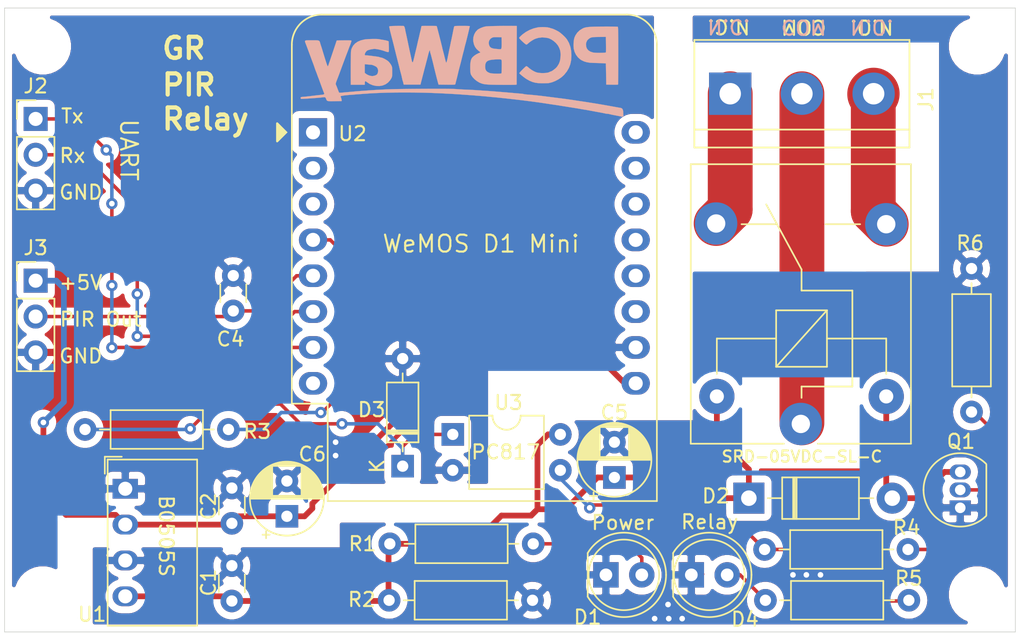
<source format=kicad_pcb>
(kicad_pcb (version 20171130) (host pcbnew "(5.1.2-1)-1")
  (layers (0 F.Cu signal) (31 B.Cu signal) (34 B.Paste user hide) (35 F.Paste user hide) (36 B.SilkS user) (37 F.SilkS user) (38 B.Mask user) (39 F.Mask user) (44 Edge.Cuts user))
  (net 0 "")
  (net 1 GNDREF)
  (net 2 "Net-(D1-Pad2)")
  (net 3 "Net-(D4-Pad2)")
  (net 4 +5VD)
  (net 5 GND)
  (net 6 +5V)
  (net 7 "Net-(D3-Pad1)")
  (net 8 "Net-(J1-Pad1)")
  (net 9 "Net-(J1-Pad2)")
  (net 10 "Net-(U2-Pad1)")
  (net 11 "Net-(U2-Pad13)")
  (net 12 "Net-(Q1-Pad2)")
  (net 13 "Net-(D2-Pad2)")
  (net 14 "Net-(J1-Pad3)")
  (net 15 +3V3)
  (net 16 /TxD)
  (net 17 /RxD)
  (net 18 /Relay_Ctrl)
  (net 19 /Relay)
  (net 20 "Net-(U2-Pad2)")
  (net 21 "Net-(U2-Pad3)")
  (net 22 "Net-(U2-Pad12)")
  (net 23 "Net-(U2-Pad14)")
  (net 24 "Net-(U2-Pad15)")
  (net 25 "Net-(U2-Pad16)")
  (net 26 /PIR)
  (net 27 "Net-(U2-Pad11)")
  (module "_Custom_Footprints:pcb way logo" (layer B.Cu) (at 92.4 39.7 180)
    (fp_text reference G*** hide)
    (fp_text value LOGO hide)
  )
  (module Capacitor_THT:C_Disc_D3.0mm_W1.6mm_P2.50mm (layer F.Cu) (at 76.1 71.05 90)
    (fp_text reference C2 (at 1.2 -1.65 90) (layer F.SilkS))
    (fp_text value 100nF)
    (pad 2 thru_hole circle (at 2.5 0 90) (size 1.6 1.6) (drill 0.8) (layers *.Cu *.Mask) (net 1 GNDREF))
    (pad 1 thru_hole circle (at 0 0 90) (size 1.6 1.6) (drill 0.8) (layers *.Cu *.Mask) (net 4 +5VD))
  )
  (module Capacitor_THT:C_Disc_D3.0mm_W1.6mm_P2.50mm (layer F.Cu) (at 76.1 76.55 90)
    (fp_text reference C1 (at 1.3 -1.65 270) (layer F.SilkS))
    (fp_text value 100nF)
    (pad 2 thru_hole circle (at 2.5 0 90) (size 1.6 1.6) (drill 0.8) (layers *.Cu *.Mask) (net 5 GND))
    (pad 1 thru_hole circle (at 0 0 90) (size 1.6 1.6) (drill 0.8) (layers *.Cu *.Mask) (net 6 +5V))
  )
  (module Diode_THT:D_DO-35_SOD27_P7.62mm_Horizontal (layer F.Cu) (at 88.2 67 90)
    (fp_text reference D3 (at 4 -2.2) (layer F.SilkS))
    (fp_text value 1N4148)
    (fp_text user K (at 0 -1.8 90) (layer F.SilkS))
    (pad 2 thru_hole oval (at 7.62 0 90) (size 1.6 1.6) (drill 0.8) (layers *.Cu *.Mask) (net 1 GNDREF))
    (pad 1 thru_hole rect (at 0 0 90) (size 1.6 1.6) (drill 0.8) (layers *.Cu *.Mask) (net 7 "Net-(D3-Pad1)"))
  )
  (module Converter_DCDC:Converter_DCDC_muRata_CRE1xxxxxx3C_THT (layer F.Cu) (at 68.55 68.6)
    (fp_text reference U1 (at -2.35 8.9) (layer F.SilkS))
    (fp_text value B0505S)
    (pad 4 thru_hole oval (at 0 7.62 270) (size 1.4 1.8) (drill 1) (layers *.Cu *.Mask) (net 6 +5V))
    (pad 3 thru_hole oval (at 0 5.08 270) (size 1.4 1.8) (drill 1) (layers *.Cu *.Mask) (net 5 GND))
    (pad 2 thru_hole oval (at 0 2.54 270) (size 1.4 1.8) (drill 1) (layers *.Cu *.Mask) (net 4 +5VD))
    (pad 1 thru_hole rect (at 0 0 270) (size 1.4 1.8) (drill 1) (layers *.Cu *.Mask) (net 1 GNDREF))
  )
  (module Package_DIP:DIP-4_W7.62mm (layer F.Cu) (at 91.75 64.75)
    (fp_text reference U3 (at 3.95 -2.25) (layer F.SilkS))
    (fp_text value PC817)
    (pad 1 thru_hole rect (at 0 0) (size 1.6 1.6) (drill 0.8) (layers *.Cu *.Mask) (net 7 "Net-(D3-Pad1)"))
    (pad 3 thru_hole oval (at 7.62 2.54) (size 1.6 1.6) (drill 0.8) (layers *.Cu *.Mask) (net 19 /Relay))
    (pad 2 thru_hole oval (at 0 2.54) (size 1.6 1.6) (drill 0.8) (layers *.Cu *.Mask) (net 1 GNDREF))
    (pad 4 thru_hole oval (at 7.62 0) (size 1.6 1.6) (drill 0.8) (layers *.Cu *.Mask) (net 6 +5V))
  )
  (module Relay_THT:Relay_SPDT_SANYOU_SRD_Series_Form_C (layer F.Cu) (at 116.4082 64.008 90)
    (fp_text reference K1 hide)
    (fp_text value SRD-05VDC-SL-C)
    (pad 2 thru_hole circle (at 1.95 6.05 180) (size 2.5 2.5) (drill 1) (layers *.Cu *.Mask) (net 13 "Net-(D2-Pad2)"))
    (pad 3 thru_hole circle (at 14.15 6.05 180) (size 3 3) (drill 1.3) (layers *.Cu *.Mask) (net 14 "Net-(J1-Pad3)"))
    (pad 4 thru_hole circle (at 14.2 -6 180) (size 3 3) (drill 1.3) (layers *.Cu *.Mask) (net 8 "Net-(J1-Pad1)"))
    (pad 5 thru_hole circle (at 1.95 -5.95 180) (size 2.5 2.5) (drill 1) (layers *.Cu *.Mask) (net 6 +5V))
    (pad 1 thru_hole circle (at 0 0 180) (size 3 3) (drill 1.3) (layers *.Cu *.Mask) (net 9 "Net-(J1-Pad2)"))
  )
  (module Diode_THT:D_DO-41_SOD81_P10.16mm_Horizontal (layer F.Cu) (at 112.7252 69.2658)
    (fp_text reference D2 (at -2.3368 -0.1524 180) (layer F.SilkS))
    (fp_text value 1N4001)
    (pad 1 thru_hole rect (at 0 0) (size 2.2 2.2) (drill 1.1) (layers *.Cu *.Mask) (net 6 +5V))
    (pad 2 thru_hole oval (at 10.16 0) (size 2.2 2.2) (drill 1.1) (layers *.Cu *.Mask) (net 13 "Net-(D2-Pad2)"))
  )
  (module TerminalBlock:TerminalBlock_bornier-3_P5.08mm (layer F.Cu) (at 111.4044 40.6146)
    (fp_text reference J1 (at 13.8684 0.4064 90) (layer F.SilkS))
    (fp_text value Screw_Terminal_01x03)
    (pad 1 thru_hole rect (at 0 0) (size 3 3) (drill 1.52) (layers *.Cu *.Mask) (net 8 "Net-(J1-Pad1)"))
    (pad 2 thru_hole circle (at 5.08 0) (size 3 3) (drill 1.52) (layers *.Cu *.Mask) (net 9 "Net-(J1-Pad2)"))
    (pad 3 thru_hole circle (at 10.16 0) (size 3 3) (drill 1.52) (layers *.Cu *.Mask) (net 14 "Net-(J1-Pad3)"))
  )
  (module Package_TO_SOT_THT:TO-92_Inline (layer F.Cu) (at 127.7 69.95 90)
    (fp_text reference Q1 (at 4.7 0.05 180) (layer F.SilkS))
    (fp_text value 2N3904)
    (pad 2 thru_hole oval (at 1.27 0 90) (size 1.05 1.5) (drill 0.75) (layers *.Cu *.Mask) (net 12 "Net-(Q1-Pad2)"))
    (pad 3 thru_hole oval (at 2.54 0 90) (size 1.05 1.5) (drill 0.75) (layers *.Cu *.Mask) (net 13 "Net-(D2-Pad2)"))
    (pad 1 thru_hole rect (at 0 0 90) (size 1.05 1.5) (drill 0.75) (layers *.Cu *.Mask) (net 5 GND))
  )
  (module Capacitor_THT:C_Disc_D3.0mm_W1.6mm_P2.50mm (layer F.Cu) (at 76.2 56 90)
    (fp_text reference C4 (at -2 -0.2) (layer F.SilkS))
    (fp_text value 10nF)
    (pad 2 thru_hole circle (at 2.5 0 90) (size 1.6 1.6) (drill 0.8) (layers *.Cu *.Mask) (net 1 GNDREF))
    (pad 1 thru_hole circle (at 0 0 90) (size 1.6 1.6) (drill 0.8) (layers *.Cu *.Mask) (net 26 /PIR))
  )
  (module LED_THT:LED_D5.0mm (layer F.Cu) (at 102.6 74.7)
    (fp_text reference D1 (at -1.3 3) (layer F.SilkS))
    (fp_text value LED_Small_ALT)
    (pad 1 thru_hole rect (at 0 0) (size 1.8 1.8) (drill 0.9) (layers *.Cu *.Mask) (net 5 GND))
    (pad 2 thru_hole circle (at 2.54 0) (size 1.8 1.8) (drill 0.9) (layers *.Cu *.Mask) (net 2 "Net-(D1-Pad2)"))
  )
  (module LED_THT:LED_D5.0mm (layer F.Cu) (at 108.65 74.7)
    (fp_text reference D4 (at 3.8 3.15) (layer F.SilkS))
    (fp_text value LED_Small_ALT)
    (pad 2 thru_hole circle (at 2.54 0) (size 1.8 1.8) (drill 0.9) (layers *.Cu *.Mask) (net 3 "Net-(D4-Pad2)"))
    (pad 1 thru_hole rect (at 0 0) (size 1.8 1.8) (drill 0.9) (layers *.Cu *.Mask) (net 5 GND))
  )
  (module MountingHole:MountingHole_3mm (layer F.Cu) (at 63.1 37.3)
    (fp_text reference MH1 hide)
    (fp_text value MountingHole)
    (pad "" np_thru_hole circle (at -0.4 -0.05) (size 3 3) (drill 3) (layers *.Cu *.Mask))
  )
  (module MountingHole:MountingHole_3mm (layer F.Cu) (at 62.95 74.7)
    (fp_text reference MH2 hide)
    (fp_text value MountingHole)
    (pad "" np_thru_hole circle (at -0.25 1.3984) (size 3 3) (drill 3) (layers *.Cu *.Mask))
  )
  (module MountingHole:MountingHole_3mm (layer F.Cu) (at 128.9 37.25)
    (fp_text reference MH3 hide)
    (fp_text value MountingHole)
    (pad 1 np_thru_hole circle (at 0 0) (size 3 3) (drill 3) (layers *.Cu *.Mask))
  )
  (module MountingHole:MountingHole_3mm (layer F.Cu) (at 128.95 75.55)
    (fp_text reference MH4 hide)
    (fp_text value MountingHole)
    (pad "" np_thru_hole circle (at -0.05 0.5484) (size 2.999999 2.999999) (drill 2.999999) (layers *.Cu *.Mask))
  )
  (module Module:WEMOS_D1_mini_light (layer F.Cu) (at 81.85 43.35)
    (fp_text reference U2 (at 2.8 0.1) (layer F.SilkS))
    (fp_text value WeMos_D1_mini)
    (pad 2 thru_hole oval (at 0 2.54) (size 2 1.6) (drill 1) (layers *.Cu *.Mask) (net 20 "Net-(U2-Pad2)"))
    (pad 1 thru_hole rect (at 0 0) (size 2 2) (drill 1) (layers *.Cu *.Mask) (net 10 "Net-(U2-Pad1)"))
    (pad 3 thru_hole oval (at 0 5.08) (size 2 1.6) (drill 1) (layers *.Cu *.Mask) (net 21 "Net-(U2-Pad3)"))
    (pad 4 thru_hole oval (at 0 7.62) (size 2 1.6) (drill 1) (layers *.Cu *.Mask) (net 18 /Relay_Ctrl))
    (pad 5 thru_hole oval (at 0 10.16) (size 2 1.6) (drill 1) (layers *.Cu *.Mask) (net 26 /PIR))
    (pad 6 thru_hole oval (at 0 12.7) (size 2 1.6) (drill 1) (layers *.Cu *.Mask) (net 17 /RxD))
    (pad 7 thru_hole oval (at 0 15.24) (size 2 1.6) (drill 1) (layers *.Cu *.Mask) (net 16 /TxD))
    (pad 8 thru_hole oval (at 0 17.78) (size 2 1.6) (drill 1) (layers *.Cu *.Mask) (net 15 +3V3))
    (pad 9 thru_hole oval (at 22.86 17.78) (size 2 1.6) (drill 1) (layers *.Cu *.Mask) (net 4 +5VD))
    (pad 10 thru_hole oval (at 22.86 15.24) (size 2 1.6) (drill 1) (layers *.Cu *.Mask) (net 1 GNDREF))
    (pad 11 thru_hole oval (at 22.86 12.7) (size 2 1.6) (drill 1) (layers *.Cu *.Mask) (net 27 "Net-(U2-Pad11)"))
    (pad 12 thru_hole oval (at 22.86 10.16) (size 2 1.6) (drill 1) (layers *.Cu *.Mask) (net 22 "Net-(U2-Pad12)"))
    (pad 13 thru_hole oval (at 22.86 7.62) (size 2 1.6) (drill 1) (layers *.Cu *.Mask) (net 11 "Net-(U2-Pad13)"))
    (pad 14 thru_hole oval (at 22.86 5.08) (size 2 1.6) (drill 1) (layers *.Cu *.Mask) (net 23 "Net-(U2-Pad14)"))
    (pad 15 thru_hole oval (at 22.86 2.54) (size 2 1.6) (drill 1) (layers *.Cu *.Mask) (net 24 "Net-(U2-Pad15)"))
    (pad 16 thru_hole oval (at 22.86 0) (size 2 1.6) (drill 1) (layers *.Cu *.Mask) (net 25 "Net-(U2-Pad16)"))
  )
  (module Capacitor_THT:CP_Radial_D5.0mm_P2.50mm (layer F.Cu) (at 103.2 67.8 90)
    (fp_text reference C5 (at 4.6 0 180) (layer F.SilkS))
    (fp_text value 10uF)
    (pad 2 thru_hole circle (at 2.5 0 90) (size 1.6 1.6) (drill 0.8) (layers *.Cu *.Mask) (net 5 GND))
    (pad 1 thru_hole rect (at 0 0 90) (size 1.6 1.6) (drill 0.8) (layers *.Cu *.Mask) (net 6 +5V))
  )
  (module Capacitor_THT:CP_Radial_D5.0mm_P2.50mm (layer F.Cu) (at 80 70.55 90)
    (fp_text reference C6 (at 4.4 1.8 180) (layer F.SilkS))
    (fp_text value 10uF)
    (pad 1 thru_hole rect (at 0 0 90) (size 1.6 1.6) (drill 0.8) (layers *.Cu *.Mask) (net 4 +5VD))
    (pad 2 thru_hole circle (at 2.5 0 90) (size 1.6 1.6) (drill 0.8) (layers *.Cu *.Mask) (net 1 GNDREF))
  )
  (module Resistor_THT:R_Axial_DIN0207_L6.3mm_D2.5mm_P10.16mm_Horizontal (layer F.Cu) (at 97.45 72.5 180)
    (fp_text reference R1 (at 12.1 0) (layer F.SilkS))
    (fp_text value 1K)
    (pad 1 thru_hole circle (at 0 0 180) (size 1.6 1.6) (drill 0.8) (layers *.Cu *.Mask) (net 2 "Net-(D1-Pad2)"))
    (pad 2 thru_hole oval (at 10.16 0 180) (size 1.6 1.6) (drill 0.8) (layers *.Cu *.Mask) (net 6 +5V))
  )
  (module Resistor_THT:R_Axial_DIN0207_L6.3mm_D2.5mm_P10.16mm_Horizontal (layer F.Cu) (at 97.4 76.5 180)
    (fp_text reference R2 (at 12.1 0.05) (layer F.SilkS))
    (fp_text value 1K)
    (pad 1 thru_hole circle (at 0 0 180) (size 1.6 1.6) (drill 0.8) (layers *.Cu *.Mask) (net 5 GND))
    (pad 2 thru_hole oval (at 10.16 0 180) (size 1.6 1.6) (drill 0.8) (layers *.Cu *.Mask) (net 6 +5V))
  )
  (module Resistor_THT:R_Axial_DIN0207_L6.3mm_D2.5mm_P10.16mm_Horizontal (layer F.Cu) (at 65.7 64.4)
    (fp_text reference R3 (at 12.2 0.15 180) (layer F.SilkS))
    (fp_text value 470r)
    (pad 2 thru_hole oval (at 10.16 0) (size 1.6 1.6) (drill 0.8) (layers *.Cu *.Mask) (net 18 /Relay_Ctrl))
    (pad 1 thru_hole circle (at 0 0) (size 1.6 1.6) (drill 0.8) (layers *.Cu *.Mask) (net 7 "Net-(D3-Pad1)"))
  )
  (module Resistor_THT:R_Axial_DIN0207_L6.3mm_D2.5mm_P10.16mm_Horizontal (layer F.Cu) (at 124 72.9 180)
    (fp_text reference R4 (at 0.1 1.55) (layer F.SilkS))
    (fp_text value 1K)
    (pad 1 thru_hole circle (at 0 0 180) (size 1.6 1.6) (drill 0.8) (layers *.Cu *.Mask) (net 12 "Net-(Q1-Pad2)"))
    (pad 2 thru_hole oval (at 10.16 0 180) (size 1.6 1.6) (drill 0.8) (layers *.Cu *.Mask) (net 19 /Relay))
  )
  (module Resistor_THT:R_Axial_DIN0207_L6.3mm_D2.5mm_P10.16mm_Horizontal (layer F.Cu) (at 113.9 76.5)
    (fp_text reference R5 (at 10.15 -1.55) (layer F.SilkS))
    (fp_text value 1K)
    (pad 2 thru_hole oval (at 10.16 0) (size 1.6 1.6) (drill 0.8) (layers *.Cu *.Mask) (net 19 /Relay))
    (pad 1 thru_hole circle (at 0 0) (size 1.6 1.6) (drill 0.8) (layers *.Cu *.Mask) (net 3 "Net-(D4-Pad2)"))
  )
  (module Resistor_THT:R_Axial_DIN0207_L6.3mm_D2.5mm_P10.16mm_Horizontal (layer F.Cu) (at 128.5 53 270)
    (fp_text reference R6 (at -1.8 0.1 180) (layer F.SilkS))
    (fp_text value 100K)
    (pad 2 thru_hole oval (at 10.16 0 270) (size 1.6 1.6) (drill 0.8) (layers *.Cu *.Mask) (net 12 "Net-(Q1-Pad2)"))
    (pad 1 thru_hole circle (at 0 0 270) (size 1.6 1.6) (drill 0.8) (layers *.Cu *.Mask) (net 5 GND))
  )
  (module Connector_PinHeader_2.54mm:PinHeader_1x03_P2.54mm_Vertical (layer F.Cu) (at 62.2 42.4)
    (fp_text reference J2 (at 0 -2.33) (layer F.SilkS))
    (fp_text value Conn_01x03)
    (pad 3 thru_hole oval (at 0 5.08) (size 1.7 1.7) (drill 1) (layers *.Cu *.Mask) (net 1 GNDREF))
    (pad 2 thru_hole oval (at 0 2.54) (size 1.7 1.7) (drill 1) (layers *.Cu *.Mask) (net 17 /RxD))
    (pad 1 thru_hole rect (at 0 0) (size 1.7 1.7) (drill 1) (layers *.Cu *.Mask) (net 16 /TxD))
  )
  (module Connector_PinHeader_2.54mm:PinHeader_1x03_P2.54mm_Vertical (layer F.Cu) (at 62.2 53.86)
    (fp_text reference J3 (at 0 -2.33) (layer F.SilkS))
    (fp_text value Conn_01x03)
    (pad 1 thru_hole rect (at 0 0) (size 1.7 1.7) (drill 1) (layers *.Cu *.Mask) (net 4 +5VD))
    (pad 2 thru_hole oval (at 0 2.54) (size 1.7 1.7) (drill 1) (layers *.Cu *.Mask) (net 26 /PIR))
    (pad 3 thru_hole oval (at 0 5.08) (size 1.7 1.7) (drill 1) (layers *.Cu *.Mask) (net 1 GNDREF))
  )
  (gr_text GND (at 65.4 47.6) (layer F.SilkS) (effects (font (size 1 1))))
  (gr_text GR (at 71 37.4) (layer F.SilkS) (effects (font (size 1.5 1.5) (thickness 0.3)) (justify left)))
  (gr_text N.C. (at 111.3028 35.8648 180) (layer B.SilkS) (effects (font (size 1 1)) (justify mirror)))
  (gr_text COM (at 116.6114 35.8902 180) (layer B.SilkS) (effects (font (size 1 1)) (justify mirror)))
  (gr_text N.O. (at 121.4374 35.8902 180) (layer B.SilkS) (effects (font (size 1 1)) (justify mirror)))
  (gr_text UART (at 68.8 44.6 270) (layer F.SilkS) (effects (font (size 1.2 1.2))))
  (gr_text "PIR Out" (at 66.8 56.6) (layer F.SilkS) (effects (font (size 1 1))))
  (gr_text Rx (at 64.8 45) (layer F.SilkS) (effects (font (size 1 1))))
  (gr_text Tx (at 64.8 42.2) (layer F.SilkS) (effects (font (size 1 1))))
  (gr_text "WeMOS D1 Mini" (at 93.75 51.25) (layer F.SilkS) (effects (font (size 1.2 1.2))))
  (gr_text Relay (at 109.95 70.95) (layer F.SilkS) (effects (font (size 1 1))))
  (gr_text GND (at 65.4 59.2) (layer F.SilkS) (effects (font (size 1 1))))
  (gr_text N.C. (at 111.3028 35.8648 180) (layer F.SilkS) (effects (font (size 1 1))))
  (gr_text N.O. (at 121.4374 35.8902 180) (layer F.SilkS) (effects (font (size 1 1))))
  (gr_text COM (at 116.6114 35.8902 180) (layer F.SilkS) (effects (font (size 1 1))))
  (gr_text SRD-05VDC-SL-C (at 116.4844 66.3194) (layer F.SilkS) (effects (font (size 0.8 0.8))))
  (gr_text Power (at 103.8 71) (layer F.SilkS) (effects (font (size 1 1))))
  (gr_text PC817 (at 95.5 66) (layer F.SilkS) (effects (font (size 1 1))))
  (gr_text B0505S (at 71.45 71.95 270) (layer F.SilkS) (effects (font (size 1 1))))
  (gr_text +5V (at 65.4 54) (layer F.SilkS) (effects (font (size 1 1))))
  (gr_text "PIR \nRelay" (at 71 41.2) (layer F.SilkS) (effects (font (size 1.5 1.5) (thickness 0.3)) (justify left)))
  (gr_line (start 60 78.74) (end 131.604 78.74) (layer Edge.Cuts) (width 0.05))
  (gr_line (start 60 34.544) (end 60 78.74) (layer Edge.Cuts) (width 0.05))
  (gr_line (start 131.604 34.544) (end 60 34.544) (layer Edge.Cuts) (width 0.05))
  (gr_line (start 131.604 78.74) (end 131.604 34.544) (layer Edge.Cuts) (width 0.05))
  (via (at 83.45 65.3) (size 0.8) (drill 0.4) (layers F.Cu B.Cu) (net 1))
  (via (at 83.45 66.25) (size 0.8) (drill 0.4) (layers F.Cu B.Cu) (net 1))
  (segment (start 97.45 72.5) (end 104.15 72.5) (width 0.25) (layer F.Cu) (net 2))
  (segment (start 105.14 73.49) (end 105.14 74.7) (width 0.25) (layer F.Cu) (net 2))
  (segment (start 104.15 72.5) (end 105.14 73.49) (width 0.25) (layer F.Cu) (net 2))
  (segment (start 113.85 76.55) (end 113.9 76.5) (width 0.25) (layer F.Cu) (net 3))
  (segment (start 112.1 74.7) (end 113.9 76.5) (width 0.25) (layer F.Cu) (net 3))
  (segment (start 111.19 74.7) (end 112.1 74.7) (width 0.25) (layer F.Cu) (net 3))
  (segment (start 76.01 71.14) (end 76.1 71.05) (width 0.4064) (layer F.Cu) (net 4))
  (segment (start 68.55 71.14) (end 76.01 71.14) (width 0.4064) (layer F.Cu) (net 4))
  (segment (start 76.6 70.55) (end 76.1 71.05) (width 0.4064) (layer F.Cu) (net 4))
  (segment (start 80 70.55) (end 76.6 70.55) (width 0.4064) (layer F.Cu) (net 4))
  (segment (start 81.25 70.55) (end 80 70.55) (width 0.4064) (layer F.Cu) (net 4))
  (segment (start 81.8 70) (end 81.25 70.55) (width 0.4064) (layer F.Cu) (net 4))
  (segment (start 81.8 69.65) (end 81.8 70) (width 0.4064) (layer F.Cu) (net 4))
  (segment (start 88.85 62.6) (end 81.8 69.65) (width 0.4064) (layer F.Cu) (net 4))
  (segment (start 89.8 62.6) (end 88.85 62.6) (width 0.4064) (layer F.Cu) (net 4))
  (segment (start 93 59.4) (end 89.8 62.6) (width 0.4064) (layer F.Cu) (net 4))
  (segment (start 102.2 59.4) (end 93 59.4) (width 0.4064) (layer F.Cu) (net 4))
  (segment (start 103.93 61.13) (end 102.2 59.4) (width 0.4064) (layer F.Cu) (net 4))
  (segment (start 104.71 61.13) (end 103.93 61.13) (width 0.4064) (layer F.Cu) (net 4))
  (via (at 62.75 63.9) (size 0.8) (drill 0.4) (layers F.Cu B.Cu) (net 4))
  (segment (start 64.35 70.45) (end 62.75 68.85) (width 0.4064) (layer F.Cu) (net 4))
  (segment (start 67.86 70.45) (end 64.35 70.45) (width 0.4064) (layer F.Cu) (net 4))
  (segment (start 62.75 68.85) (end 62.75 63.9) (width 0.4064) (layer F.Cu) (net 4))
  (segment (start 68.55 71.14) (end 67.86 70.45) (width 0.4064) (layer F.Cu) (net 4))
  (segment (start 62.2 53.86) (end 63.66 53.86) (width 0.4064) (layer B.Cu) (net 4))
  (segment (start 63.66 53.86) (end 64.2 54.4) (width 0.4064) (layer B.Cu) (net 4))
  (segment (start 64.2 62.45) (end 62.75 63.9) (width 0.4064) (layer B.Cu) (net 4))
  (segment (start 64.2 54.4) (end 64.2 62.45) (width 0.4064) (layer B.Cu) (net 4))
  (segment (start 108.49 74.65) (end 109.45 74.65) (width 0.25) (layer F.Cu) (net 5))
  (via (at 115.85 74.7) (size 0.8) (drill 0.4) (layers F.Cu B.Cu) (net 5))
  (via (at 116.8 74.7) (size 0.8) (drill 0.4) (layers F.Cu B.Cu) (net 5))
  (via (at 117.8 74.7) (size 0.8) (drill 0.4) (layers F.Cu B.Cu) (net 5))
  (via (at 107.05 77.8) (size 0.8) (drill 0.4) (layers F.Cu B.Cu) (net 5))
  (via (at 108 77.8) (size 0.8) (drill 0.4) (layers F.Cu B.Cu) (net 5))
  (via (at 106.05 77.8) (size 0.8) (drill 0.4) (layers F.Cu B.Cu) (net 5))
  (via (at 107 76.8) (size 0.8) (drill 0.4) (layers F.Cu B.Cu) (net 5))
  (segment (start 75.77 76.22) (end 76.1 76.55) (width 0.4064) (layer F.Cu) (net 6))
  (segment (start 68.55 76.22) (end 75.77 76.22) (width 0.4064) (layer F.Cu) (net 6))
  (segment (start 110.4582 62.058) (end 110.4582 64.9582) (width 0.4064) (layer F.Cu) (net 6))
  (segment (start 112.7252 67.2252) (end 112.7252 69.2658) (width 0.4064) (layer F.Cu) (net 6))
  (segment (start 110.4582 64.9582) (end 112.7252 67.2252) (width 0.4064) (layer F.Cu) (net 6))
  (segment (start 97.75 65.5) (end 97.75 70.05) (width 0.4064) (layer F.Cu) (net 6))
  (segment (start 98.5 64.75) (end 97.75 65.5) (width 0.4064) (layer F.Cu) (net 6))
  (segment (start 99.97 64.75) (end 98.5 64.75) (width 0.4064) (layer F.Cu) (net 6))
  (segment (start 97.75 70.05) (end 97.3 70.5) (width 0.4064) (layer F.Cu) (net 6))
  (segment (start 97.6 70.2) (end 97.3 70.5) (width 0.4064) (layer F.Cu) (net 6))
  (segment (start 103.2 67.8) (end 102 67.8) (width 0.4064) (layer F.Cu) (net 6))
  (segment (start 99.75 70.05) (end 97.75 70.05) (width 0.4064) (layer F.Cu) (net 6))
  (segment (start 102 67.8) (end 99.75 70.05) (width 0.4064) (layer F.Cu) (net 6))
  (segment (start 112.7252 69.2658) (end 110.0658 69.2658) (width 0.4064) (layer F.Cu) (net 6))
  (segment (start 108.6 67.8) (end 103.2 67.8) (width 0.4064) (layer F.Cu) (net 6))
  (segment (start 110.0658 69.2658) (end 108.6 67.8) (width 0.4064) (layer F.Cu) (net 6))
  (segment (start 87.19 76.55) (end 76.1 76.55) (width 0.4064) (layer F.Cu) (net 6))
  (segment (start 87.2 76.54) (end 87.19 76.55) (width 0.4064) (layer F.Cu) (net 6))
  (segment (start 87.2 72.5) (end 87.2 76.54) (width 0.4064) (layer F.Cu) (net 6))
  (segment (start 93.2 72.5) (end 87.2 72.5) (width 0.4064) (layer F.Cu) (net 6))
  (segment (start 95.2 70.5) (end 93.2 72.5) (width 0.4064) (layer F.Cu) (net 6))
  (segment (start 97.3 70.5) (end 95.2 70.5) (width 0.4064) (layer F.Cu) (net 6))
  (segment (start 91.75 64.75) (end 89.05 64.75) (width 0.25) (layer F.Cu) (net 7))
  (segment (start 88.2 65.6) (end 88.2 67) (width 0.25) (layer F.Cu) (net 7))
  (segment (start 89.05 64.75) (end 88.2 65.6) (width 0.25) (layer F.Cu) (net 7))
  (via (at 83.9 64) (size 0.8) (drill 0.4) (layers F.Cu B.Cu) (net 7))
  (segment (start 83.9 64) (end 86.45 64) (width 0.25) (layer B.Cu) (net 7))
  (segment (start 88.2 65.75) (end 88.2 67) (width 0.25) (layer B.Cu) (net 7))
  (segment (start 86.45 64) (end 88.2 65.75) (width 0.25) (layer B.Cu) (net 7))
  (segment (start 79.55 62.6) (end 80.95 64) (width 0.25) (layer F.Cu) (net 7))
  (segment (start 74.9 62.6) (end 79.55 62.6) (width 0.25) (layer F.Cu) (net 7))
  (segment (start 73.15 64.35) (end 74.9 62.6) (width 0.25) (layer F.Cu) (net 7))
  (segment (start 80.95 64) (end 83.9 64) (width 0.25) (layer F.Cu) (net 7))
  (segment (start 73.1 64.4) (end 65.7 64.4) (width 0.25) (layer B.Cu) (net 7))
  (segment (start 73.15 64.35) (end 73.1 64.4) (width 0.25) (layer B.Cu) (net 7))
  (via (at 73.15 64.35) (size 0.8) (drill 0.4) (layers F.Cu B.Cu) (net 7))
  (segment (start 111.4044 48.8118) (end 110.4082 49.808) (width 3.175) (layer F.Cu) (net 8))
  (segment (start 111.4044 40.6146) (end 111.4044 48.8118) (width 3.175) (layer F.Cu) (net 8))
  (segment (start 116.4844 40.6146) (end 116.4844 63.9318) (width 3.175) (layer F.Cu) (net 9))
  (segment (start 124 72.9) (end 129.3 72.9) (width 0.25) (layer F.Cu) (net 12))
  (segment (start 129.3 72.9) (end 129.9 72.3) (width 0.25) (layer F.Cu) (net 12))
  (segment (start 129.9 72.3) (end 129.9 69.1) (width 0.25) (layer F.Cu) (net 12))
  (segment (start 129.9 64.35) (end 129.9 69.1) (width 0.25) (layer F.Cu) (net 12))
  (segment (start 128.4 62.85) (end 129.9 64.35) (width 0.25) (layer F.Cu) (net 12))
  (segment (start 129.88 68.68) (end 127.7 68.68) (width 0.25) (layer F.Cu) (net 12))
  (segment (start 129.9 68.7) (end 129.88 68.68) (width 0.25) (layer F.Cu) (net 12))
  (segment (start 129.9 69.1) (end 129.9 68.7) (width 0.25) (layer F.Cu) (net 12))
  (segment (start 122.4582 68.8388) (end 122.8852 69.2658) (width 0.4064) (layer F.Cu) (net 13))
  (segment (start 122.4582 62.058) (end 122.4582 68.8388) (width 0.4064) (layer F.Cu) (net 13))
  (segment (start 124.7342 69.2658) (end 122.8852 69.2658) (width 0.4064) (layer F.Cu) (net 13))
  (segment (start 126.59 67.41) (end 124.7342 69.2658) (width 0.4064) (layer F.Cu) (net 13))
  (segment (start 127.7 67.41) (end 126.59 67.41) (width 0.4064) (layer F.Cu) (net 13))
  (segment (start 121.539 48.9388) (end 122.4582 49.858) (width 3.175) (layer F.Cu) (net 14))
  (segment (start 121.539 40.64) (end 121.539 48.9388) (width 3.175) (layer F.Cu) (net 14))
  (segment (start 121.5644 40.6146) (end 121.539 40.64) (width 3.683) (layer F.Cu) (net 14))
  (segment (start 81.85 58.59) (end 81.64 58.59) (width 0.25) (layer B.Cu) (net 16))
  (via (at 67.6 58.6) (size 0.8) (drill 0.4) (layers F.Cu B.Cu) (net 16))
  (segment (start 67.61 58.59) (end 67.6 58.6) (width 0.25) (layer F.Cu) (net 16))
  (segment (start 81.85 58.59) (end 67.61 58.59) (width 0.25) (layer F.Cu) (net 16))
  (segment (start 67.6 58.6) (end 67.6 54.2) (width 0.25) (layer B.Cu) (net 16))
  (via (at 67.6 54.2) (size 0.8) (drill 0.4) (layers F.Cu B.Cu) (net 16))
  (segment (start 67.6 54.2) (end 67.6 48.4) (width 0.25) (layer F.Cu) (net 16))
  (via (at 67.6 48.4) (size 0.8) (drill 0.4) (layers F.Cu B.Cu) (net 16))
  (via (at 67.2 44.6) (size 0.8) (drill 0.4) (layers F.Cu B.Cu) (net 16))
  (segment (start 67.6 45) (end 67.2 44.6) (width 0.25) (layer B.Cu) (net 16))
  (segment (start 67.6 48.4) (end 67.6 45) (width 0.25) (layer B.Cu) (net 16))
  (segment (start 65 42.4) (end 62.2 42.4) (width 0.25) (layer F.Cu) (net 16))
  (segment (start 67.2 44.6) (end 65 42.4) (width 0.25) (layer F.Cu) (net 16))
  (segment (start 81.85 56.05) (end 80.95 56.05) (width 0.25) (layer B.Cu) (net 17))
  (segment (start 81.85 56.05) (end 80.55 56.05) (width 0.25) (layer F.Cu) (net 17))
  (segment (start 80.55 56.05) (end 78.8 57.8) (width 0.25) (layer F.Cu) (net 17))
  (via (at 69.4 57.8) (size 0.8) (drill 0.4) (layers F.Cu B.Cu) (net 17))
  (segment (start 78.8 57.8) (end 69.4 57.8) (width 0.25) (layer F.Cu) (net 17))
  (segment (start 69.4 57.8) (end 69.4 54.8) (width 0.25) (layer B.Cu) (net 17))
  (via (at 69.4 54.8) (size 0.8) (drill 0.4) (layers F.Cu B.Cu) (net 17))
  (segment (start 62.2 44.94) (end 65.54 44.94) (width 0.25) (layer F.Cu) (net 17))
  (segment (start 69.4 48.8) (end 69.4 54.8) (width 0.25) (layer F.Cu) (net 17))
  (segment (start 65.54 44.94) (end 69.4 48.8) (width 0.25) (layer F.Cu) (net 17))
  (segment (start 81.85 50.97) (end 83.07 50.97) (width 0.25) (layer F.Cu) (net 18))
  (segment (start 83.07 50.97) (end 83.65 51.55) (width 0.25) (layer F.Cu) (net 18))
  (segment (start 83.65 51.55) (end 83.65 62.05) (width 0.25) (layer F.Cu) (net 18))
  (segment (start 82.5 63.2) (end 82.4 63.2) (width 0.25) (layer F.Cu) (net 18))
  (via (at 82.4 63.2) (size 0.8) (drill 0.4) (layers F.Cu B.Cu) (net 18))
  (segment (start 83.65 62.05) (end 82.5 63.2) (width 0.25) (layer F.Cu) (net 18))
  (segment (start 79.6 63.2) (end 78.4 64.4) (width 0.25) (layer B.Cu) (net 18))
  (segment (start 82.4 63.2) (end 79.6 63.2) (width 0.25) (layer B.Cu) (net 18))
  (segment (start 78.4 64.4) (end 75.86 64.4) (width 0.25) (layer B.Cu) (net 18))
  (via (at 101.45 69.95) (size 0.8) (drill 0.4) (layers F.Cu B.Cu) (net 19))
  (segment (start 99.37 67.87) (end 101.45 69.95) (width 0.25) (layer B.Cu) (net 19))
  (segment (start 99.37 67.29) (end 99.37 67.87) (width 0.25) (layer B.Cu) (net 19))
  (segment (start 124.01 76.55) (end 124.06 76.5) (width 0.25) (layer F.Cu) (net 19))
  (segment (start 121.5 76.55) (end 124.01 76.55) (width 0.25) (layer F.Cu) (net 19))
  (segment (start 117.85 72.9) (end 121.5 76.55) (width 0.25) (layer F.Cu) (net 19))
  (segment (start 117.85 72.9) (end 113.84 72.9) (width 0.25) (layer F.Cu) (net 19))
  (segment (start 112.89 71.95) (end 113.84 72.9) (width 0.25) (layer F.Cu) (net 19))
  (segment (start 110.35 71.95) (end 112.89 71.95) (width 0.25) (layer F.Cu) (net 19))
  (segment (start 108.15 69.75) (end 110.35 71.95) (width 0.25) (layer F.Cu) (net 19))
  (segment (start 101.65 69.75) (end 108.15 69.75) (width 0.25) (layer F.Cu) (net 19))
  (segment (start 101.45 69.95) (end 101.65 69.75) (width 0.25) (layer F.Cu) (net 19))
  (segment (start 81.85 53.51) (end 80.69 53.51) (width 0.25) (layer F.Cu) (net 26))
  (segment (start 78.2 56) (end 76.2 56) (width 0.25) (layer F.Cu) (net 26))
  (segment (start 80.69 53.51) (end 78.2 56) (width 0.25) (layer F.Cu) (net 26))
  (segment (start 75.8 56.4) (end 76.2 56) (width 0.25) (layer F.Cu) (net 26))
  (segment (start 62.2 56.4) (end 75.8 56.4) (width 0.25) (layer F.Cu) (net 26))
  (zone (net 0) (net_name "") (layer F.Cu) (connect_pads (clearance 0.762)) (min_thickness 0.254)
    (keepout (tracks allowed) (vias allowed) (copperpour not_allowed))
    (fill (arc_segments 32) (thermal_gap 0.508) (thermal_bridge_width 0.508))
    (polygon (pts (xy 107.061 36.9824) (xy 126.2 36.9847) (xy 126.2 53.2153) (xy 107.061 53.213)))
  )
  (zone (net 0) (net_name "") (layer F.Cu) (connect_pads (clearance 0.762)) (min_thickness 0.254)
    (keepout (tracks allowed) (vias allowed) (copperpour not_allowed))
    (fill (arc_segments 32) (thermal_gap 0.508) (thermal_bridge_width 0.508))
    (polygon (pts (xy 112.25 67.1576) (xy 120.9548 67.1576) (xy 120.9548 52.4256) (xy 112.25 52.4256)))
  )
  (zone (net 0) (net_name "") (layer B.Cu) (connect_pads (clearance 0.762)) (min_thickness 0.254)
    (keepout (tracks allowed) (vias allowed) (copperpour not_allowed))
    (fill (arc_segments 32) (thermal_gap 0.508) (thermal_bridge_width 0.508))
    (polygon (pts (xy 112.25 67.31) (xy 120.5738 67.31) (xy 120.5738 60.706) (xy 112.25 60.706)))
  )
  (zone (net 5) (net_name GND) (layer F.Cu) (connect_pads (clearance 0.508)) (min_thickness 0.254) (fill yes (arc_segments 32) (thermal_gap 0.508) (thermal_bridge_width 0.508))
    (polygon (pts (xy 131.75 34.5) (xy 108.75 34.5) (xy 108.75 63.75) (xy 98.25 63.75) (xy 98.25 71) (xy 83.75 71) (xy 83.75 72.75) (xy 66.25 72.75) (xy 66.25 78.75) (xy 131.75 78.75)))
  )
  (zone (net 5) (net_name GND) (layer B.Cu) (connect_pads (clearance 0.508)) (min_thickness 0.254) (fill yes (arc_segments 32) (thermal_gap 0.508) (thermal_bridge_width 0.508))
    (polygon (pts (xy 131.75 34.5) (xy 108.75 34.5) (xy 108.75 63.75) (xy 98.25 63.75) (xy 98.25 71) (xy 83.75 71) (xy 83.75 72.75) (xy 66.25 72.75) (xy 66.25 78.75) (xy 131.75 78.75)))
  )
  (zone (net 1) (net_name GNDREF) (layer B.Cu) (connect_pads (clearance 0.508)) (min_thickness 0.254) (fill yes (arc_segments 32) (thermal_gap 0.508) (thermal_bridge_width 0.508))
    (polygon (pts (xy 106 60.25) (xy 94.25 60.25) (xy 94.25 68.25) (xy 81.5 68.25) (xy 81.5 70.5) (xy 63.75 70.5) (xy 63.75 78.75) (xy 60 78.75) (xy 60 34.5) (xy 106 34.5)))
  )
  (zone (net 1) (net_name GNDREF) (layer F.Cu) (connect_pads (clearance 0.508)) (min_thickness 0.254) (fill yes (arc_segments 32) (thermal_gap 0.508) (thermal_bridge_width 0.508))
    (polygon (pts (xy 106 60.25) (xy 94.25 60.25) (xy 94.25 68.25) (xy 81.5 68.25) (xy 81.5 70.5) (xy 63.75 70.5) (xy 63.75 78.75) (xy 60 78.75) (xy 60 34.5) (xy 106 34.5)))
  )
  (zone (net 0) (net_name "") (layer B.Cu) (connect_pads (clearance 0.762)) (min_thickness 0.254)
    (keepout (tracks allowed) (vias allowed) (copperpour not_allowed))
    (fill (arc_segments 32) (thermal_gap 0.508) (thermal_bridge_width 0.508))
    (polygon (pts (xy 107.061 36.9824) (xy 126.2 36.9847) (xy 126.2 53.2153) (xy 107.061 53.213)))
  )
)
</source>
